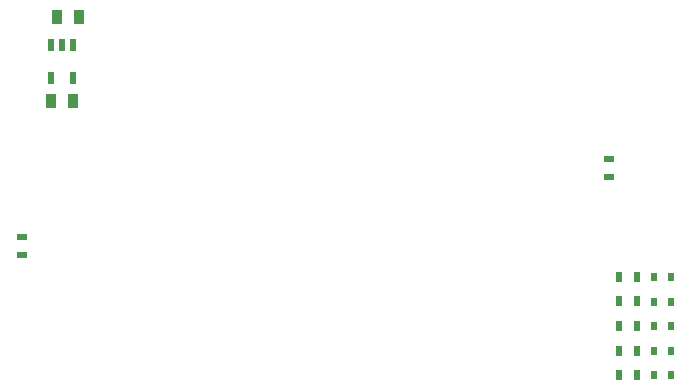
<source format=gtp>
G04*
G04 #@! TF.GenerationSoftware,Altium Limited,Altium Designer,21.2.0 (30)*
G04*
G04 Layer_Color=8421504*
%FSLAX25Y25*%
%MOIN*%
G70*
G04*
G04 #@! TF.SameCoordinates,B96C5F5D-6F64-4CBB-A979-4CA2DAF74F4E*
G04*
G04*
G04 #@! TF.FilePolarity,Positive*
G04*
G01*
G75*
%ADD14R,0.03543X0.02362*%
%ADD15R,0.02362X0.03150*%
%ADD16R,0.02362X0.03543*%
%ADD17R,0.02000X0.03928*%
%ADD18R,0.03543X0.05118*%
D14*
X470600Y420053D02*
D03*
Y414147D02*
D03*
X274803Y393996D02*
D03*
Y388090D02*
D03*
D15*
X491155Y364342D02*
D03*
X485446D02*
D03*
X491155Y372559D02*
D03*
X485446D02*
D03*
X491155Y347908D02*
D03*
X485446D02*
D03*
X491155Y356125D02*
D03*
X485446D02*
D03*
X491155Y380776D02*
D03*
X485446D02*
D03*
D16*
X474016Y380803D02*
D03*
X479921D02*
D03*
X474016Y347936D02*
D03*
X479921D02*
D03*
X474016Y356153D02*
D03*
X479921D02*
D03*
X474016Y372586D02*
D03*
X479921D02*
D03*
X474016Y364370D02*
D03*
X479921D02*
D03*
D17*
X292000Y447136D02*
D03*
X284520D02*
D03*
Y457964D02*
D03*
X288260D02*
D03*
X292000D02*
D03*
D18*
Y439506D02*
D03*
X284520D02*
D03*
X286417Y467323D02*
D03*
X293898D02*
D03*
M02*

</source>
